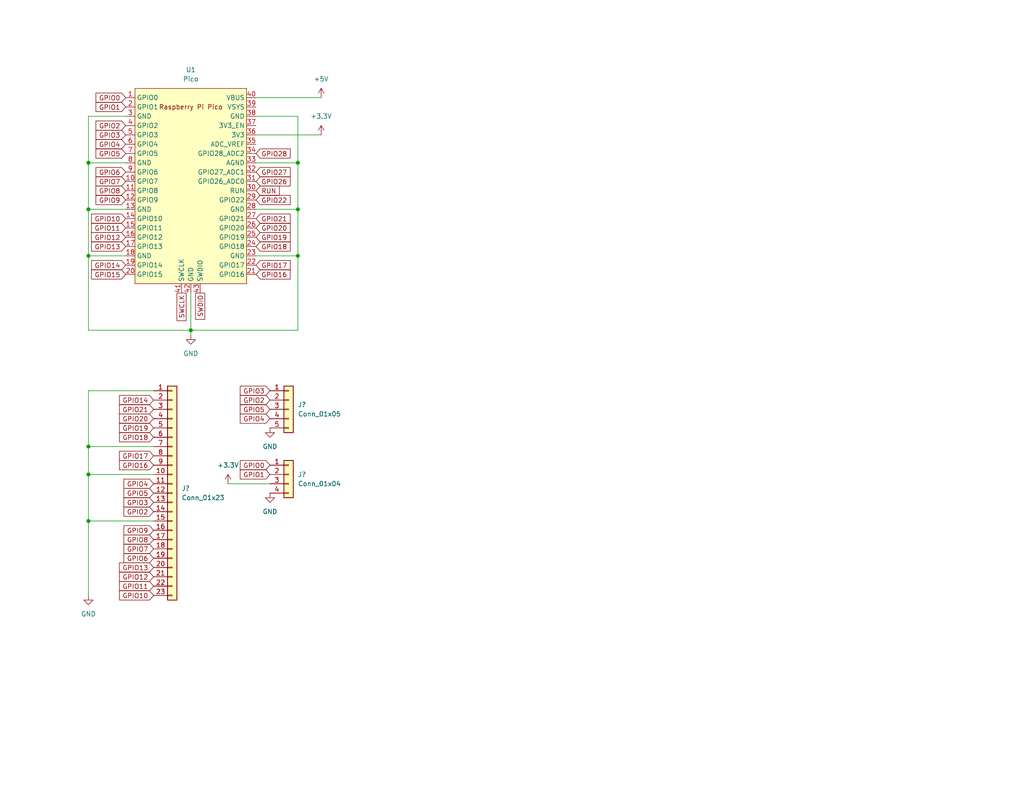
<source format=kicad_sch>
(kicad_sch (version 20211123) (generator eeschema)

  (uuid 269665bd-76b1-443b-af68-44bfcfc6d01c)

  (paper "A")

  (lib_symbols
    (symbol "Connector_Generic:Conn_01x04" (pin_names (offset 1.016) hide) (in_bom yes) (on_board yes)
      (property "Reference" "J" (id 0) (at 0 5.08 0)
        (effects (font (size 1.27 1.27)))
      )
      (property "Value" "Conn_01x04" (id 1) (at 0 -7.62 0)
        (effects (font (size 1.27 1.27)))
      )
      (property "Footprint" "" (id 2) (at 0 0 0)
        (effects (font (size 1.27 1.27)) hide)
      )
      (property "Datasheet" "~" (id 3) (at 0 0 0)
        (effects (font (size 1.27 1.27)) hide)
      )
      (property "ki_keywords" "connector" (id 4) (at 0 0 0)
        (effects (font (size 1.27 1.27)) hide)
      )
      (property "ki_description" "Generic connector, single row, 01x04, script generated (kicad-library-utils/schlib/autogen/connector/)" (id 5) (at 0 0 0)
        (effects (font (size 1.27 1.27)) hide)
      )
      (property "ki_fp_filters" "Connector*:*_1x??_*" (id 6) (at 0 0 0)
        (effects (font (size 1.27 1.27)) hide)
      )
      (symbol "Conn_01x04_1_1"
        (rectangle (start -1.27 -4.953) (end 0 -5.207)
          (stroke (width 0.1524) (type default) (color 0 0 0 0))
          (fill (type none))
        )
        (rectangle (start -1.27 -2.413) (end 0 -2.667)
          (stroke (width 0.1524) (type default) (color 0 0 0 0))
          (fill (type none))
        )
        (rectangle (start -1.27 0.127) (end 0 -0.127)
          (stroke (width 0.1524) (type default) (color 0 0 0 0))
          (fill (type none))
        )
        (rectangle (start -1.27 2.667) (end 0 2.413)
          (stroke (width 0.1524) (type default) (color 0 0 0 0))
          (fill (type none))
        )
        (rectangle (start -1.27 3.81) (end 1.27 -6.35)
          (stroke (width 0.254) (type default) (color 0 0 0 0))
          (fill (type background))
        )
        (pin passive line (at -5.08 2.54 0) (length 3.81)
          (name "Pin_1" (effects (font (size 1.27 1.27))))
          (number "1" (effects (font (size 1.27 1.27))))
        )
        (pin passive line (at -5.08 0 0) (length 3.81)
          (name "Pin_2" (effects (font (size 1.27 1.27))))
          (number "2" (effects (font (size 1.27 1.27))))
        )
        (pin passive line (at -5.08 -2.54 0) (length 3.81)
          (name "Pin_3" (effects (font (size 1.27 1.27))))
          (number "3" (effects (font (size 1.27 1.27))))
        )
        (pin passive line (at -5.08 -5.08 0) (length 3.81)
          (name "Pin_4" (effects (font (size 1.27 1.27))))
          (number "4" (effects (font (size 1.27 1.27))))
        )
      )
    )
    (symbol "Connector_Generic:Conn_01x05" (pin_names (offset 1.016) hide) (in_bom yes) (on_board yes)
      (property "Reference" "J" (id 0) (at 0 7.62 0)
        (effects (font (size 1.27 1.27)))
      )
      (property "Value" "Conn_01x05" (id 1) (at 0 -7.62 0)
        (effects (font (size 1.27 1.27)))
      )
      (property "Footprint" "" (id 2) (at 0 0 0)
        (effects (font (size 1.27 1.27)) hide)
      )
      (property "Datasheet" "~" (id 3) (at 0 0 0)
        (effects (font (size 1.27 1.27)) hide)
      )
      (property "ki_keywords" "connector" (id 4) (at 0 0 0)
        (effects (font (size 1.27 1.27)) hide)
      )
      (property "ki_description" "Generic connector, single row, 01x05, script generated (kicad-library-utils/schlib/autogen/connector/)" (id 5) (at 0 0 0)
        (effects (font (size 1.27 1.27)) hide)
      )
      (property "ki_fp_filters" "Connector*:*_1x??_*" (id 6) (at 0 0 0)
        (effects (font (size 1.27 1.27)) hide)
      )
      (symbol "Conn_01x05_1_1"
        (rectangle (start -1.27 -4.953) (end 0 -5.207)
          (stroke (width 0.1524) (type default) (color 0 0 0 0))
          (fill (type none))
        )
        (rectangle (start -1.27 -2.413) (end 0 -2.667)
          (stroke (width 0.1524) (type default) (color 0 0 0 0))
          (fill (type none))
        )
        (rectangle (start -1.27 0.127) (end 0 -0.127)
          (stroke (width 0.1524) (type default) (color 0 0 0 0))
          (fill (type none))
        )
        (rectangle (start -1.27 2.667) (end 0 2.413)
          (stroke (width 0.1524) (type default) (color 0 0 0 0))
          (fill (type none))
        )
        (rectangle (start -1.27 5.207) (end 0 4.953)
          (stroke (width 0.1524) (type default) (color 0 0 0 0))
          (fill (type none))
        )
        (rectangle (start -1.27 6.35) (end 1.27 -6.35)
          (stroke (width 0.254) (type default) (color 0 0 0 0))
          (fill (type background))
        )
        (pin passive line (at -5.08 5.08 0) (length 3.81)
          (name "Pin_1" (effects (font (size 1.27 1.27))))
          (number "1" (effects (font (size 1.27 1.27))))
        )
        (pin passive line (at -5.08 2.54 0) (length 3.81)
          (name "Pin_2" (effects (font (size 1.27 1.27))))
          (number "2" (effects (font (size 1.27 1.27))))
        )
        (pin passive line (at -5.08 0 0) (length 3.81)
          (name "Pin_3" (effects (font (size 1.27 1.27))))
          (number "3" (effects (font (size 1.27 1.27))))
        )
        (pin passive line (at -5.08 -2.54 0) (length 3.81)
          (name "Pin_4" (effects (font (size 1.27 1.27))))
          (number "4" (effects (font (size 1.27 1.27))))
        )
        (pin passive line (at -5.08 -5.08 0) (length 3.81)
          (name "Pin_5" (effects (font (size 1.27 1.27))))
          (number "5" (effects (font (size 1.27 1.27))))
        )
      )
    )
    (symbol "Connector_Generic:Conn_01x23" (pin_names (offset 1.016) hide) (in_bom yes) (on_board yes)
      (property "Reference" "J" (id 0) (at 0 30.48 0)
        (effects (font (size 1.27 1.27)))
      )
      (property "Value" "Conn_01x23" (id 1) (at 0 -30.48 0)
        (effects (font (size 1.27 1.27)))
      )
      (property "Footprint" "" (id 2) (at 0 0 0)
        (effects (font (size 1.27 1.27)) hide)
      )
      (property "Datasheet" "~" (id 3) (at 0 0 0)
        (effects (font (size 1.27 1.27)) hide)
      )
      (property "ki_keywords" "connector" (id 4) (at 0 0 0)
        (effects (font (size 1.27 1.27)) hide)
      )
      (property "ki_description" "Generic connector, single row, 01x23, script generated (kicad-library-utils/schlib/autogen/connector/)" (id 5) (at 0 0 0)
        (effects (font (size 1.27 1.27)) hide)
      )
      (property "ki_fp_filters" "Connector*:*_1x??_*" (id 6) (at 0 0 0)
        (effects (font (size 1.27 1.27)) hide)
      )
      (symbol "Conn_01x23_1_1"
        (rectangle (start -1.27 -27.813) (end 0 -28.067)
          (stroke (width 0.1524) (type default) (color 0 0 0 0))
          (fill (type none))
        )
        (rectangle (start -1.27 -25.273) (end 0 -25.527)
          (stroke (width 0.1524) (type default) (color 0 0 0 0))
          (fill (type none))
        )
        (rectangle (start -1.27 -22.733) (end 0 -22.987)
          (stroke (width 0.1524) (type default) (color 0 0 0 0))
          (fill (type none))
        )
        (rectangle (start -1.27 -20.193) (end 0 -20.447)
          (stroke (width 0.1524) (type default) (color 0 0 0 0))
          (fill (type none))
        )
        (rectangle (start -1.27 -17.653) (end 0 -17.907)
          (stroke (width 0.1524) (type default) (color 0 0 0 0))
          (fill (type none))
        )
        (rectangle (start -1.27 -15.113) (end 0 -15.367)
          (stroke (width 0.1524) (type default) (color 0 0 0 0))
          (fill (type none))
        )
        (rectangle (start -1.27 -12.573) (end 0 -12.827)
          (stroke (width 0.1524) (type default) (color 0 0 0 0))
          (fill (type none))
        )
        (rectangle (start -1.27 -10.033) (end 0 -10.287)
          (stroke (width 0.1524) (type default) (color 0 0 0 0))
          (fill (type none))
        )
        (rectangle (start -1.27 -7.493) (end 0 -7.747)
          (stroke (width 0.1524) (type default) (color 0 0 0 0))
          (fill (type none))
        )
        (rectangle (start -1.27 -4.953) (end 0 -5.207)
          (stroke (width 0.1524) (type default) (color 0 0 0 0))
          (fill (type none))
        )
        (rectangle (start -1.27 -2.413) (end 0 -2.667)
          (stroke (width 0.1524) (type default) (color 0 0 0 0))
          (fill (type none))
        )
        (rectangle (start -1.27 0.127) (end 0 -0.127)
          (stroke (width 0.1524) (type default) (color 0 0 0 0))
          (fill (type none))
        )
        (rectangle (start -1.27 2.667) (end 0 2.413)
          (stroke (width 0.1524) (type default) (color 0 0 0 0))
          (fill (type none))
        )
        (rectangle (start -1.27 5.207) (end 0 4.953)
          (stroke (width 0.1524) (type default) (color 0 0 0 0))
          (fill (type none))
        )
        (rectangle (start -1.27 7.747) (end 0 7.493)
          (stroke (width 0.1524) (type default) (color 0 0 0 0))
          (fill (type none))
        )
        (rectangle (start -1.27 10.287) (end 0 10.033)
          (stroke (width 0.1524) (type default) (color 0 0 0 0))
          (fill (type none))
        )
        (rectangle (start -1.27 12.827) (end 0 12.573)
          (stroke (width 0.1524) (type default) (color 0 0 0 0))
          (fill (type none))
        )
        (rectangle (start -1.27 15.367) (end 0 15.113)
          (stroke (width 0.1524) (type default) (color 0 0 0 0))
          (fill (type none))
        )
        (rectangle (start -1.27 17.907) (end 0 17.653)
          (stroke (width 0.1524) (type default) (color 0 0 0 0))
          (fill (type none))
        )
        (rectangle (start -1.27 20.447) (end 0 20.193)
          (stroke (width 0.1524) (type default) (color 0 0 0 0))
          (fill (type none))
        )
        (rectangle (start -1.27 22.987) (end 0 22.733)
          (stroke (width 0.1524) (type default) (color 0 0 0 0))
          (fill (type none))
        )
        (rectangle (start -1.27 25.527) (end 0 25.273)
          (stroke (width 0.1524) (type default) (color 0 0 0 0))
          (fill (type none))
        )
        (rectangle (start -1.27 28.067) (end 0 27.813)
          (stroke (width 0.1524) (type default) (color 0 0 0 0))
          (fill (type none))
        )
        (rectangle (start -1.27 29.21) (end 1.27 -29.21)
          (stroke (width 0.254) (type default) (color 0 0 0 0))
          (fill (type background))
        )
        (pin passive line (at -5.08 27.94 0) (length 3.81)
          (name "Pin_1" (effects (font (size 1.27 1.27))))
          (number "1" (effects (font (size 1.27 1.27))))
        )
        (pin passive line (at -5.08 5.08 0) (length 3.81)
          (name "Pin_10" (effects (font (size 1.27 1.27))))
          (number "10" (effects (font (size 1.27 1.27))))
        )
        (pin passive line (at -5.08 2.54 0) (length 3.81)
          (name "Pin_11" (effects (font (size 1.27 1.27))))
          (number "11" (effects (font (size 1.27 1.27))))
        )
        (pin passive line (at -5.08 0 0) (length 3.81)
          (name "Pin_12" (effects (font (size 1.27 1.27))))
          (number "12" (effects (font (size 1.27 1.27))))
        )
        (pin passive line (at -5.08 -2.54 0) (length 3.81)
          (name "Pin_13" (effects (font (size 1.27 1.27))))
          (number "13" (effects (font (size 1.27 1.27))))
        )
        (pin passive line (at -5.08 -5.08 0) (length 3.81)
          (name "Pin_14" (effects (font (size 1.27 1.27))))
          (number "14" (effects (font (size 1.27 1.27))))
        )
        (pin passive line (at -5.08 -7.62 0) (length 3.81)
          (name "Pin_15" (effects (font (size 1.27 1.27))))
          (number "15" (effects (font (size 1.27 1.27))))
        )
        (pin passive line (at -5.08 -10.16 0) (length 3.81)
          (name "Pin_16" (effects (font (size 1.27 1.27))))
          (number "16" (effects (font (size 1.27 1.27))))
        )
        (pin passive line (at -5.08 -12.7 0) (length 3.81)
          (name "Pin_17" (effects (font (size 1.27 1.27))))
          (number "17" (effects (font (size 1.27 1.27))))
        )
        (pin passive line (at -5.08 -15.24 0) (length 3.81)
          (name "Pin_18" (effects (font (size 1.27 1.27))))
          (number "18" (effects (font (size 1.27 1.27))))
        )
        (pin passive line (at -5.08 -17.78 0) (length 3.81)
          (name "Pin_19" (effects (font (size 1.27 1.27))))
          (number "19" (effects (font (size 1.27 1.27))))
        )
        (pin passive line (at -5.08 25.4 0) (length 3.81)
          (name "Pin_2" (effects (font (size 1.27 1.27))))
          (number "2" (effects (font (size 1.27 1.27))))
        )
        (pin passive line (at -5.08 -20.32 0) (length 3.81)
          (name "Pin_20" (effects (font (size 1.27 1.27))))
          (number "20" (effects (font (size 1.27 1.27))))
        )
        (pin passive line (at -5.08 -22.86 0) (length 3.81)
          (name "Pin_21" (effects (font (size 1.27 1.27))))
          (number "21" (effects (font (size 1.27 1.27))))
        )
        (pin passive line (at -5.08 -25.4 0) (length 3.81)
          (name "Pin_22" (effects (font (size 1.27 1.27))))
          (number "22" (effects (font (size 1.27 1.27))))
        )
        (pin passive line (at -5.08 -27.94 0) (length 3.81)
          (name "Pin_23" (effects (font (size 1.27 1.27))))
          (number "23" (effects (font (size 1.27 1.27))))
        )
        (pin passive line (at -5.08 22.86 0) (length 3.81)
          (name "Pin_3" (effects (font (size 1.27 1.27))))
          (number "3" (effects (font (size 1.27 1.27))))
        )
        (pin passive line (at -5.08 20.32 0) (length 3.81)
          (name "Pin_4" (effects (font (size 1.27 1.27))))
          (number "4" (effects (font (size 1.27 1.27))))
        )
        (pin passive line (at -5.08 17.78 0) (length 3.81)
          (name "Pin_5" (effects (font (size 1.27 1.27))))
          (number "5" (effects (font (size 1.27 1.27))))
        )
        (pin passive line (at -5.08 15.24 0) (length 3.81)
          (name "Pin_6" (effects (font (size 1.27 1.27))))
          (number "6" (effects (font (size 1.27 1.27))))
        )
        (pin passive line (at -5.08 12.7 0) (length 3.81)
          (name "Pin_7" (effects (font (size 1.27 1.27))))
          (number "7" (effects (font (size 1.27 1.27))))
        )
        (pin passive line (at -5.08 10.16 0) (length 3.81)
          (name "Pin_8" (effects (font (size 1.27 1.27))))
          (number "8" (effects (font (size 1.27 1.27))))
        )
        (pin passive line (at -5.08 7.62 0) (length 3.81)
          (name "Pin_9" (effects (font (size 1.27 1.27))))
          (number "9" (effects (font (size 1.27 1.27))))
        )
      )
    )
    (symbol "MCU_RaspberryPi_and_Boards:Pico" (in_bom yes) (on_board yes)
      (property "Reference" "U" (id 0) (at -13.97 27.94 0)
        (effects (font (size 1.27 1.27)))
      )
      (property "Value" "Pico" (id 1) (at 0 19.05 0)
        (effects (font (size 1.27 1.27)))
      )
      (property "Footprint" "RPi_Pico:RPi_Pico_SMD_TH" (id 2) (at 0 0 90)
        (effects (font (size 1.27 1.27)) hide)
      )
      (property "Datasheet" "" (id 3) (at 0 0 0)
        (effects (font (size 1.27 1.27)) hide)
      )
      (symbol "Pico_0_0"
        (text "Raspberry Pi Pico" (at 0 21.59 0)
          (effects (font (size 1.27 1.27)))
        )
      )
      (symbol "Pico_0_1"
        (rectangle (start -15.24 26.67) (end 15.24 -26.67)
          (stroke (width 0) (type default) (color 0 0 0 0))
          (fill (type background))
        )
      )
      (symbol "Pico_1_1"
        (pin bidirectional line (at -17.78 24.13 0) (length 2.54)
          (name "GPIO0" (effects (font (size 1.27 1.27))))
          (number "1" (effects (font (size 1.27 1.27))))
        )
        (pin bidirectional line (at -17.78 1.27 0) (length 2.54)
          (name "GPIO7" (effects (font (size 1.27 1.27))))
          (number "10" (effects (font (size 1.27 1.27))))
        )
        (pin bidirectional line (at -17.78 -1.27 0) (length 2.54)
          (name "GPIO8" (effects (font (size 1.27 1.27))))
          (number "11" (effects (font (size 1.27 1.27))))
        )
        (pin bidirectional line (at -17.78 -3.81 0) (length 2.54)
          (name "GPIO9" (effects (font (size 1.27 1.27))))
          (number "12" (effects (font (size 1.27 1.27))))
        )
        (pin power_in line (at -17.78 -6.35 0) (length 2.54)
          (name "GND" (effects (font (size 1.27 1.27))))
          (number "13" (effects (font (size 1.27 1.27))))
        )
        (pin bidirectional line (at -17.78 -8.89 0) (length 2.54)
          (name "GPIO10" (effects (font (size 1.27 1.27))))
          (number "14" (effects (font (size 1.27 1.27))))
        )
        (pin bidirectional line (at -17.78 -11.43 0) (length 2.54)
          (name "GPIO11" (effects (font (size 1.27 1.27))))
          (number "15" (effects (font (size 1.27 1.27))))
        )
        (pin bidirectional line (at -17.78 -13.97 0) (length 2.54)
          (name "GPIO12" (effects (font (size 1.27 1.27))))
          (number "16" (effects (font (size 1.27 1.27))))
        )
        (pin bidirectional line (at -17.78 -16.51 0) (length 2.54)
          (name "GPIO13" (effects (font (size 1.27 1.27))))
          (number "17" (effects (font (size 1.27 1.27))))
        )
        (pin power_in line (at -17.78 -19.05 0) (length 2.54)
          (name "GND" (effects (font (size 1.27 1.27))))
          (number "18" (effects (font (size 1.27 1.27))))
        )
        (pin bidirectional line (at -17.78 -21.59 0) (length 2.54)
          (name "GPIO14" (effects (font (size 1.27 1.27))))
          (number "19" (effects (font (size 1.27 1.27))))
        )
        (pin bidirectional line (at -17.78 21.59 0) (length 2.54)
          (name "GPIO1" (effects (font (size 1.27 1.27))))
          (number "2" (effects (font (size 1.27 1.27))))
        )
        (pin bidirectional line (at -17.78 -24.13 0) (length 2.54)
          (name "GPIO15" (effects (font (size 1.27 1.27))))
          (number "20" (effects (font (size 1.27 1.27))))
        )
        (pin bidirectional line (at 17.78 -24.13 180) (length 2.54)
          (name "GPIO16" (effects (font (size 1.27 1.27))))
          (number "21" (effects (font (size 1.27 1.27))))
        )
        (pin bidirectional line (at 17.78 -21.59 180) (length 2.54)
          (name "GPIO17" (effects (font (size 1.27 1.27))))
          (number "22" (effects (font (size 1.27 1.27))))
        )
        (pin power_in line (at 17.78 -19.05 180) (length 2.54)
          (name "GND" (effects (font (size 1.27 1.27))))
          (number "23" (effects (font (size 1.27 1.27))))
        )
        (pin bidirectional line (at 17.78 -16.51 180) (length 2.54)
          (name "GPIO18" (effects (font (size 1.27 1.27))))
          (number "24" (effects (font (size 1.27 1.27))))
        )
        (pin bidirectional line (at 17.78 -13.97 180) (length 2.54)
          (name "GPIO19" (effects (font (size 1.27 1.27))))
          (number "25" (effects (font (size 1.27 1.27))))
        )
        (pin bidirectional line (at 17.78 -11.43 180) (length 2.54)
          (name "GPIO20" (effects (font (size 1.27 1.27))))
          (number "26" (effects (font (size 1.27 1.27))))
        )
        (pin bidirectional line (at 17.78 -8.89 180) (length 2.54)
          (name "GPIO21" (effects (font (size 1.27 1.27))))
          (number "27" (effects (font (size 1.27 1.27))))
        )
        (pin power_in line (at 17.78 -6.35 180) (length 2.54)
          (name "GND" (effects (font (size 1.27 1.27))))
          (number "28" (effects (font (size 1.27 1.27))))
        )
        (pin bidirectional line (at 17.78 -3.81 180) (length 2.54)
          (name "GPIO22" (effects (font (size 1.27 1.27))))
          (number "29" (effects (font (size 1.27 1.27))))
        )
        (pin power_in line (at -17.78 19.05 0) (length 2.54)
          (name "GND" (effects (font (size 1.27 1.27))))
          (number "3" (effects (font (size 1.27 1.27))))
        )
        (pin input line (at 17.78 -1.27 180) (length 2.54)
          (name "RUN" (effects (font (size 1.27 1.27))))
          (number "30" (effects (font (size 1.27 1.27))))
        )
        (pin bidirectional line (at 17.78 1.27 180) (length 2.54)
          (name "GPIO26_ADC0" (effects (font (size 1.27 1.27))))
          (number "31" (effects (font (size 1.27 1.27))))
        )
        (pin bidirectional line (at 17.78 3.81 180) (length 2.54)
          (name "GPIO27_ADC1" (effects (font (size 1.27 1.27))))
          (number "32" (effects (font (size 1.27 1.27))))
        )
        (pin power_in line (at 17.78 6.35 180) (length 2.54)
          (name "AGND" (effects (font (size 1.27 1.27))))
          (number "33" (effects (font (size 1.27 1.27))))
        )
        (pin bidirectional line (at 17.78 8.89 180) (length 2.54)
          (name "GPIO28_ADC2" (effects (font (size 1.27 1.27))))
          (number "34" (effects (font (size 1.27 1.27))))
        )
        (pin power_in line (at 17.78 11.43 180) (length 2.54)
          (name "ADC_VREF" (effects (font (size 1.27 1.27))))
          (number "35" (effects (font (size 1.27 1.27))))
        )
        (pin power_in line (at 17.78 13.97 180) (length 2.54)
          (name "3V3" (effects (font (size 1.27 1.27))))
          (number "36" (effects (font (size 1.27 1.27))))
        )
        (pin input line (at 17.78 16.51 180) (length 2.54)
          (name "3V3_EN" (effects (font (size 1.27 1.27))))
          (number "37" (effects (font (size 1.27 1.27))))
        )
        (pin bidirectional line (at 17.78 19.05 180) (length 2.54)
          (name "GND" (effects (font (size 1.27 1.27))))
          (number "38" (effects (font (size 1.27 1.27))))
        )
        (pin power_in line (at 17.78 21.59 180) (length 2.54)
          (name "VSYS" (effects (font (size 1.27 1.27))))
          (number "39" (effects (font (size 1.27 1.27))))
        )
        (pin bidirectional line (at -17.78 16.51 0) (length 2.54)
          (name "GPIO2" (effects (font (size 1.27 1.27))))
          (number "4" (effects (font (size 1.27 1.27))))
        )
        (pin power_in line (at 17.78 24.13 180) (length 2.54)
          (name "VBUS" (effects (font (size 1.27 1.27))))
          (number "40" (effects (font (size 1.27 1.27))))
        )
        (pin input line (at -2.54 -29.21 90) (length 2.54)
          (name "SWCLK" (effects (font (size 1.27 1.27))))
          (number "41" (effects (font (size 1.27 1.27))))
        )
        (pin power_in line (at 0 -29.21 90) (length 2.54)
          (name "GND" (effects (font (size 1.27 1.27))))
          (number "42" (effects (font (size 1.27 1.27))))
        )
        (pin bidirectional line (at 2.54 -29.21 90) (length 2.54)
          (name "SWDIO" (effects (font (size 1.27 1.27))))
          (number "43" (effects (font (size 1.27 1.27))))
        )
        (pin bidirectional line (at -17.78 13.97 0) (length 2.54)
          (name "GPIO3" (effects (font (size 1.27 1.27))))
          (number "5" (effects (font (size 1.27 1.27))))
        )
        (pin bidirectional line (at -17.78 11.43 0) (length 2.54)
          (name "GPIO4" (effects (font (size 1.27 1.27))))
          (number "6" (effects (font (size 1.27 1.27))))
        )
        (pin bidirectional line (at -17.78 8.89 0) (length 2.54)
          (name "GPIO5" (effects (font (size 1.27 1.27))))
          (number "7" (effects (font (size 1.27 1.27))))
        )
        (pin power_in line (at -17.78 6.35 0) (length 2.54)
          (name "GND" (effects (font (size 1.27 1.27))))
          (number "8" (effects (font (size 1.27 1.27))))
        )
        (pin bidirectional line (at -17.78 3.81 0) (length 2.54)
          (name "GPIO6" (effects (font (size 1.27 1.27))))
          (number "9" (effects (font (size 1.27 1.27))))
        )
      )
    )
    (symbol "power:+3.3V" (power) (pin_names (offset 0)) (in_bom yes) (on_board yes)
      (property "Reference" "#PWR" (id 0) (at 0 -3.81 0)
        (effects (font (size 1.27 1.27)) hide)
      )
      (property "Value" "+3.3V" (id 1) (at 0 3.556 0)
        (effects (font (size 1.27 1.27)))
      )
      (property "Footprint" "" (id 2) (at 0 0 0)
        (effects (font (size 1.27 1.27)) hide)
      )
      (property "Datasheet" "" (id 3) (at 0 0 0)
        (effects (font (size 1.27 1.27)) hide)
      )
      (property "ki_keywords" "power-flag" (id 4) (at 0 0 0)
        (effects (font (size 1.27 1.27)) hide)
      )
      (property "ki_description" "Power symbol creates a global label with name \"+3.3V\"" (id 5) (at 0 0 0)
        (effects (font (size 1.27 1.27)) hide)
      )
      (symbol "+3.3V_0_1"
        (polyline
          (pts
            (xy -0.762 1.27)
            (xy 0 2.54)
          )
          (stroke (width 0) (type default) (color 0 0 0 0))
          (fill (type none))
        )
        (polyline
          (pts
            (xy 0 0)
            (xy 0 2.54)
          )
          (stroke (width 0) (type default) (color 0 0 0 0))
          (fill (type none))
        )
        (polyline
          (pts
            (xy 0 2.54)
            (xy 0.762 1.27)
          )
          (stroke (width 0) (type default) (color 0 0 0 0))
          (fill (type none))
        )
      )
      (symbol "+3.3V_1_1"
        (pin power_in line (at 0 0 90) (length 0) hide
          (name "+3.3V" (effects (font (size 1.27 1.27))))
          (number "1" (effects (font (size 1.27 1.27))))
        )
      )
    )
    (symbol "power:+5V" (power) (pin_names (offset 0)) (in_bom yes) (on_board yes)
      (property "Reference" "#PWR" (id 0) (at 0 -3.81 0)
        (effects (font (size 1.27 1.27)) hide)
      )
      (property "Value" "+5V" (id 1) (at 0 3.556 0)
        (effects (font (size 1.27 1.27)))
      )
      (property "Footprint" "" (id 2) (at 0 0 0)
        (effects (font (size 1.27 1.27)) hide)
      )
      (property "Datasheet" "" (id 3) (at 0 0 0)
        (effects (font (size 1.27 1.27)) hide)
      )
      (property "ki_keywords" "power-flag" (id 4) (at 0 0 0)
        (effects (font (size 1.27 1.27)) hide)
      )
      (property "ki_description" "Power symbol creates a global label with name \"+5V\"" (id 5) (at 0 0 0)
        (effects (font (size 1.27 1.27)) hide)
      )
      (symbol "+5V_0_1"
        (polyline
          (pts
            (xy -0.762 1.27)
            (xy 0 2.54)
          )
          (stroke (width 0) (type default) (color 0 0 0 0))
          (fill (type none))
        )
        (polyline
          (pts
            (xy 0 0)
            (xy 0 2.54)
          )
          (stroke (width 0) (type default) (color 0 0 0 0))
          (fill (type none))
        )
        (polyline
          (pts
            (xy 0 2.54)
            (xy 0.762 1.27)
          )
          (stroke (width 0) (type default) (color 0 0 0 0))
          (fill (type none))
        )
      )
      (symbol "+5V_1_1"
        (pin power_in line (at 0 0 90) (length 0) hide
          (name "+5V" (effects (font (size 1.27 1.27))))
          (number "1" (effects (font (size 1.27 1.27))))
        )
      )
    )
    (symbol "power:GND" (power) (pin_names (offset 0)) (in_bom yes) (on_board yes)
      (property "Reference" "#PWR" (id 0) (at 0 -6.35 0)
        (effects (font (size 1.27 1.27)) hide)
      )
      (property "Value" "GND" (id 1) (at 0 -3.81 0)
        (effects (font (size 1.27 1.27)))
      )
      (property "Footprint" "" (id 2) (at 0 0 0)
        (effects (font (size 1.27 1.27)) hide)
      )
      (property "Datasheet" "" (id 3) (at 0 0 0)
        (effects (font (size 1.27 1.27)) hide)
      )
      (property "ki_keywords" "power-flag" (id 4) (at 0 0 0)
        (effects (font (size 1.27 1.27)) hide)
      )
      (property "ki_description" "Power symbol creates a global label with name \"GND\" , ground" (id 5) (at 0 0 0)
        (effects (font (size 1.27 1.27)) hide)
      )
      (symbol "GND_0_1"
        (polyline
          (pts
            (xy 0 0)
            (xy 0 -1.27)
            (xy 1.27 -1.27)
            (xy 0 -2.54)
            (xy -1.27 -1.27)
            (xy 0 -1.27)
          )
          (stroke (width 0) (type default) (color 0 0 0 0))
          (fill (type none))
        )
      )
      (symbol "GND_1_1"
        (pin power_in line (at 0 0 270) (length 0) hide
          (name "GND" (effects (font (size 1.27 1.27))))
          (number "1" (effects (font (size 1.27 1.27))))
        )
      )
    )
  )

  (junction (at 24.13 57.15) (diameter 0) (color 0 0 0 0)
    (uuid 24f505c9-b308-4945-ba0e-d3ab2a7fcd7d)
  )
  (junction (at 81.28 44.45) (diameter 0) (color 0 0 0 0)
    (uuid 3ef3c3a7-d2a0-4218-bb7b-bd548f30f1ab)
  )
  (junction (at 24.13 129.54) (diameter 0) (color 0 0 0 0)
    (uuid 4e17a9eb-605b-48fe-9790-6e55431e5c1a)
  )
  (junction (at 24.13 121.92) (diameter 0) (color 0 0 0 0)
    (uuid 5cd37f5e-2c79-4097-9a92-23c1565b58b0)
  )
  (junction (at 24.13 69.85) (diameter 0) (color 0 0 0 0)
    (uuid 5d0279f5-db0a-4421-9e02-5177491e70f8)
  )
  (junction (at 81.28 57.15) (diameter 0) (color 0 0 0 0)
    (uuid 758b777d-9171-4db8-a08e-a66a7dc002b7)
  )
  (junction (at 81.28 69.85) (diameter 0) (color 0 0 0 0)
    (uuid 9626ee76-ccfd-4608-a9a1-883263738e36)
  )
  (junction (at 24.13 142.24) (diameter 0) (color 0 0 0 0)
    (uuid 9f2cf3cc-ab2c-40d5-9f39-5396f14886e7)
  )
  (junction (at 52.07 90.17) (diameter 0) (color 0 0 0 0)
    (uuid a6ba05b1-081d-4688-b178-2b2b361ca6f6)
  )
  (junction (at 24.13 44.45) (diameter 0) (color 0 0 0 0)
    (uuid ad88cadd-d639-485b-930f-d10d9a5107a8)
  )

  (wire (pts (xy 24.13 106.68) (xy 24.13 121.92))
    (stroke (width 0) (type default) (color 0 0 0 0))
    (uuid 00136755-8666-406f-a833-085806744c2c)
  )
  (wire (pts (xy 24.13 44.45) (xy 24.13 57.15))
    (stroke (width 0) (type default) (color 0 0 0 0))
    (uuid 13a90a77-1848-44ff-817b-9fbd62459bb5)
  )
  (wire (pts (xy 69.85 69.85) (xy 81.28 69.85))
    (stroke (width 0) (type default) (color 0 0 0 0))
    (uuid 16209afb-4cd1-42d6-be93-0e872a87aba6)
  )
  (wire (pts (xy 24.13 31.75) (xy 24.13 44.45))
    (stroke (width 0) (type default) (color 0 0 0 0))
    (uuid 16f0444c-04fd-495b-a0ae-1782493cccc5)
  )
  (wire (pts (xy 52.07 91.44) (xy 52.07 90.17))
    (stroke (width 0) (type default) (color 0 0 0 0))
    (uuid 1d89b012-c731-4c99-a5e8-25863f7d195a)
  )
  (wire (pts (xy 41.91 106.68) (xy 24.13 106.68))
    (stroke (width 0) (type default) (color 0 0 0 0))
    (uuid 254cb47e-e34e-487f-826b-666c320020f5)
  )
  (wire (pts (xy 81.28 90.17) (xy 81.28 69.85))
    (stroke (width 0) (type default) (color 0 0 0 0))
    (uuid 439e8713-8aeb-4828-bfe7-2be2cc739a35)
  )
  (wire (pts (xy 81.28 31.75) (xy 69.85 31.75))
    (stroke (width 0) (type default) (color 0 0 0 0))
    (uuid 4c4e4fc6-0383-4078-9872-7cc8b5b43719)
  )
  (wire (pts (xy 69.85 44.45) (xy 81.28 44.45))
    (stroke (width 0) (type default) (color 0 0 0 0))
    (uuid 4dbb134a-9ccc-41d5-9c4d-fe310a2bc162)
  )
  (wire (pts (xy 81.28 44.45) (xy 81.28 31.75))
    (stroke (width 0) (type default) (color 0 0 0 0))
    (uuid 62a42ccf-5d3a-4269-93b0-f6346b5df838)
  )
  (wire (pts (xy 81.28 57.15) (xy 81.28 44.45))
    (stroke (width 0) (type default) (color 0 0 0 0))
    (uuid 649e98fb-20ad-4bdd-abce-7af311dd0bb2)
  )
  (wire (pts (xy 24.13 129.54) (xy 41.91 129.54))
    (stroke (width 0) (type default) (color 0 0 0 0))
    (uuid 6693c812-e9b1-439b-aebe-14286944cf6a)
  )
  (wire (pts (xy 24.13 121.92) (xy 24.13 129.54))
    (stroke (width 0) (type default) (color 0 0 0 0))
    (uuid 7fa946cd-eb0d-40e1-826b-f28bc8413061)
  )
  (wire (pts (xy 62.23 132.08) (xy 73.66 132.08))
    (stroke (width 0) (type default) (color 0 0 0 0))
    (uuid 81b354eb-c872-492f-9ced-a1a1e10a93fa)
  )
  (wire (pts (xy 24.13 142.24) (xy 24.13 162.56))
    (stroke (width 0) (type default) (color 0 0 0 0))
    (uuid 851cb0dd-2f0c-4a9a-b992-41d533c6c14f)
  )
  (wire (pts (xy 24.13 69.85) (xy 24.13 90.17))
    (stroke (width 0) (type default) (color 0 0 0 0))
    (uuid 8aea57ae-a374-4b52-8250-4576366e2e97)
  )
  (wire (pts (xy 69.85 26.67) (xy 87.63 26.67))
    (stroke (width 0) (type default) (color 0 0 0 0))
    (uuid 8bbf68ad-8323-4f33-9d7f-0d9de3669671)
  )
  (wire (pts (xy 34.29 31.75) (xy 24.13 31.75))
    (stroke (width 0) (type default) (color 0 0 0 0))
    (uuid 9a0f98c7-9788-4b29-8ca8-5f1ce2394afa)
  )
  (wire (pts (xy 24.13 121.92) (xy 41.91 121.92))
    (stroke (width 0) (type default) (color 0 0 0 0))
    (uuid 9d7b5431-cf67-430b-92f0-6d457b163a6d)
  )
  (wire (pts (xy 69.85 57.15) (xy 81.28 57.15))
    (stroke (width 0) (type default) (color 0 0 0 0))
    (uuid 9f36fee5-fa78-46d1-a499-6d25cd7dde0c)
  )
  (wire (pts (xy 24.13 57.15) (xy 24.13 69.85))
    (stroke (width 0) (type default) (color 0 0 0 0))
    (uuid af3d2fe2-359f-4b18-ad2f-4a9bb2b12442)
  )
  (wire (pts (xy 24.13 90.17) (xy 52.07 90.17))
    (stroke (width 0) (type default) (color 0 0 0 0))
    (uuid afca8894-2831-41ab-ae78-63eb03fc5c7f)
  )
  (wire (pts (xy 69.85 36.83) (xy 87.63 36.83))
    (stroke (width 0) (type default) (color 0 0 0 0))
    (uuid aff957aa-fe85-4a68-a5bd-235b891466e2)
  )
  (wire (pts (xy 24.13 142.24) (xy 41.91 142.24))
    (stroke (width 0) (type default) (color 0 0 0 0))
    (uuid c13035a6-01b7-492e-8549-ccd49190cfa3)
  )
  (wire (pts (xy 52.07 90.17) (xy 81.28 90.17))
    (stroke (width 0) (type default) (color 0 0 0 0))
    (uuid c52a7b22-a76e-4caf-8e56-3a93113bbc31)
  )
  (wire (pts (xy 81.28 69.85) (xy 81.28 57.15))
    (stroke (width 0) (type default) (color 0 0 0 0))
    (uuid c94da420-774f-4aa9-823e-ee209bcdb43e)
  )
  (wire (pts (xy 24.13 44.45) (xy 34.29 44.45))
    (stroke (width 0) (type default) (color 0 0 0 0))
    (uuid d6d4d17a-b3d2-4c8b-8b54-6cbb6e1a656a)
  )
  (wire (pts (xy 24.13 69.85) (xy 34.29 69.85))
    (stroke (width 0) (type default) (color 0 0 0 0))
    (uuid debdd8ea-be9a-4622-8f21-060366e094c3)
  )
  (wire (pts (xy 52.07 80.01) (xy 52.07 90.17))
    (stroke (width 0) (type default) (color 0 0 0 0))
    (uuid e1d49dc6-58c8-4179-bfe9-5f6ef47ccc61)
  )
  (wire (pts (xy 24.13 129.54) (xy 24.13 142.24))
    (stroke (width 0) (type default) (color 0 0 0 0))
    (uuid f4d81e00-8097-4776-8871-06efdfdb7959)
  )
  (wire (pts (xy 24.13 57.15) (xy 34.29 57.15))
    (stroke (width 0) (type default) (color 0 0 0 0))
    (uuid f8e61c8a-0b75-4d95-a449-94f8e5c3c8dd)
  )

  (global_label "GPIO10" (shape input) (at 34.29 59.69 180) (fields_autoplaced)
    (effects (font (size 1.27 1.27)) (justify right))
    (uuid 0112bfd3-ed03-4044-b653-0cd1736409b9)
    (property "Intersheet References" "${INTERSHEET_REFS}" (id 0) (at 24.9826 59.6106 0)
      (effects (font (size 1.27 1.27)) (justify right) hide)
    )
  )
  (global_label "GPIO8" (shape input) (at 34.29 52.07 180) (fields_autoplaced)
    (effects (font (size 1.27 1.27)) (justify right))
    (uuid 051aeb9e-0175-46eb-9bb0-3a767f0a39ba)
    (property "Intersheet References" "${INTERSHEET_REFS}" (id 0) (at 26.1921 51.9906 0)
      (effects (font (size 1.27 1.27)) (justify right) hide)
    )
  )
  (global_label "GPIO7" (shape input) (at 34.29 49.53 180) (fields_autoplaced)
    (effects (font (size 1.27 1.27)) (justify right))
    (uuid 0b5f85af-9c59-4822-b7fd-9f1f17e2f871)
    (property "Intersheet References" "${INTERSHEET_REFS}" (id 0) (at 26.1921 49.4506 0)
      (effects (font (size 1.27 1.27)) (justify right) hide)
    )
  )
  (global_label "GPIO17" (shape input) (at 69.85 72.39 0) (fields_autoplaced)
    (effects (font (size 1.27 1.27)) (justify left))
    (uuid 0c99a864-323d-40d1-aa31-19315a2d8b10)
    (property "Intersheet References" "${INTERSHEET_REFS}" (id 0) (at 79.1574 72.3106 0)
      (effects (font (size 1.27 1.27)) (justify left) hide)
    )
  )
  (global_label "GPIO2" (shape input) (at 41.91 139.7 180) (fields_autoplaced)
    (effects (font (size 1.27 1.27)) (justify right))
    (uuid 13300b96-b317-4088-b3d7-55bf146fec06)
    (property "Intersheet References" "${INTERSHEET_REFS}" (id 0) (at 33.8121 139.6206 0)
      (effects (font (size 1.27 1.27)) (justify right) hide)
    )
  )
  (global_label "GPIO20" (shape input) (at 69.85 62.23 0) (fields_autoplaced)
    (effects (font (size 1.27 1.27)) (justify left))
    (uuid 1bfcbec1-329e-4df1-940f-49076f78ef86)
    (property "Intersheet References" "${INTERSHEET_REFS}" (id 0) (at 79.1574 62.1506 0)
      (effects (font (size 1.27 1.27)) (justify left) hide)
    )
  )
  (global_label "GPIO5" (shape input) (at 73.66 111.76 180) (fields_autoplaced)
    (effects (font (size 1.27 1.27)) (justify right))
    (uuid 209b1421-ca29-4b1e-a60f-47b2de91cee1)
    (property "Intersheet References" "${INTERSHEET_REFS}" (id 0) (at 65.5621 111.6806 0)
      (effects (font (size 1.27 1.27)) (justify right) hide)
    )
  )
  (global_label "GPIO2" (shape input) (at 34.29 34.29 180) (fields_autoplaced)
    (effects (font (size 1.27 1.27)) (justify right))
    (uuid 2d983bc2-2d23-4123-a012-8f60041abaa9)
    (property "Intersheet References" "${INTERSHEET_REFS}" (id 0) (at 26.1921 34.2106 0)
      (effects (font (size 1.27 1.27)) (justify right) hide)
    )
  )
  (global_label "GPIO0" (shape input) (at 73.66 127 180) (fields_autoplaced)
    (effects (font (size 1.27 1.27)) (justify right))
    (uuid 2eea1144-87e0-4bcd-a066-4655b74cfa58)
    (property "Intersheet References" "${INTERSHEET_REFS}" (id 0) (at 65.5621 126.9206 0)
      (effects (font (size 1.27 1.27)) (justify right) hide)
    )
  )
  (global_label "GPIO5" (shape input) (at 34.29 41.91 180) (fields_autoplaced)
    (effects (font (size 1.27 1.27)) (justify right))
    (uuid 2f1b8245-7de4-4860-8d9e-525d28eb18e9)
    (property "Intersheet References" "${INTERSHEET_REFS}" (id 0) (at 26.1921 41.8306 0)
      (effects (font (size 1.27 1.27)) (justify right) hide)
    )
  )
  (global_label "GPIO14" (shape input) (at 34.29 72.39 180) (fields_autoplaced)
    (effects (font (size 1.27 1.27)) (justify right))
    (uuid 394309a6-9a02-4787-afb9-8c0f6806ca7a)
    (property "Intersheet References" "${INTERSHEET_REFS}" (id 0) (at 24.9826 72.3106 0)
      (effects (font (size 1.27 1.27)) (justify right) hide)
    )
  )
  (global_label "GPIO6" (shape input) (at 34.29 46.99 180) (fields_autoplaced)
    (effects (font (size 1.27 1.27)) (justify right))
    (uuid 447c8050-4e44-4771-9b54-5a9a993442db)
    (property "Intersheet References" "${INTERSHEET_REFS}" (id 0) (at 26.1921 46.9106 0)
      (effects (font (size 1.27 1.27)) (justify right) hide)
    )
  )
  (global_label "GPIO1" (shape input) (at 73.66 129.54 180) (fields_autoplaced)
    (effects (font (size 1.27 1.27)) (justify right))
    (uuid 490ced84-986b-499a-82e7-6d0207ee36f4)
    (property "Intersheet References" "${INTERSHEET_REFS}" (id 0) (at 65.5621 129.4606 0)
      (effects (font (size 1.27 1.27)) (justify right) hide)
    )
  )
  (global_label "GPIO8" (shape input) (at 41.91 147.32 180) (fields_autoplaced)
    (effects (font (size 1.27 1.27)) (justify right))
    (uuid 4edaff8e-3740-4db5-94ac-57afef5b1c6a)
    (property "Intersheet References" "${INTERSHEET_REFS}" (id 0) (at 33.8121 147.2406 0)
      (effects (font (size 1.27 1.27)) (justify right) hide)
    )
  )
  (global_label "SWCLK" (shape passive) (at 49.53 80.01 270) (fields_autoplaced)
    (effects (font (size 1.27 1.27)) (justify right))
    (uuid 57b7455c-6a76-44a4-898d-d447e29fa028)
    (property "Intersheet References" "${INTERSHEET_REFS}" (id 0) (at 49.4506 88.6521 90)
      (effects (font (size 1.27 1.27)) (justify right) hide)
    )
  )
  (global_label "GPIO4" (shape input) (at 73.66 114.3 180) (fields_autoplaced)
    (effects (font (size 1.27 1.27)) (justify right))
    (uuid 61fd3310-1921-49f7-b3ac-b55012cef05f)
    (property "Intersheet References" "${INTERSHEET_REFS}" (id 0) (at 65.5621 114.2206 0)
      (effects (font (size 1.27 1.27)) (justify right) hide)
    )
  )
  (global_label "GPIO5" (shape input) (at 41.91 134.62 180) (fields_autoplaced)
    (effects (font (size 1.27 1.27)) (justify right))
    (uuid 628ec72b-10ff-4cd2-a4b7-65901bc4ef07)
    (property "Intersheet References" "${INTERSHEET_REFS}" (id 0) (at 33.8121 134.5406 0)
      (effects (font (size 1.27 1.27)) (justify right) hide)
    )
  )
  (global_label "GPIO13" (shape input) (at 34.29 67.31 180) (fields_autoplaced)
    (effects (font (size 1.27 1.27)) (justify right))
    (uuid 66a94dfe-21f4-4843-8a5a-d224bc2534ed)
    (property "Intersheet References" "${INTERSHEET_REFS}" (id 0) (at 24.9826 67.2306 0)
      (effects (font (size 1.27 1.27)) (justify right) hide)
    )
  )
  (global_label "GPIO21" (shape input) (at 69.85 59.69 0) (fields_autoplaced)
    (effects (font (size 1.27 1.27)) (justify left))
    (uuid 699722f6-9106-43de-a6ee-b534b454d18a)
    (property "Intersheet References" "${INTERSHEET_REFS}" (id 0) (at 79.1574 59.6106 0)
      (effects (font (size 1.27 1.27)) (justify left) hide)
    )
  )
  (global_label "GPIO27" (shape input) (at 69.85 46.99 0) (fields_autoplaced)
    (effects (font (size 1.27 1.27)) (justify left))
    (uuid 70e1a0f0-e3ad-4407-82b5-9a24ce900d5c)
    (property "Intersheet References" "${INTERSHEET_REFS}" (id 0) (at 79.1574 46.9106 0)
      (effects (font (size 1.27 1.27)) (justify left) hide)
    )
  )
  (global_label "GPIO12" (shape input) (at 34.29 64.77 180) (fields_autoplaced)
    (effects (font (size 1.27 1.27)) (justify right))
    (uuid 76b683bc-af39-4dc8-86c2-6ca3daf9b2dd)
    (property "Intersheet References" "${INTERSHEET_REFS}" (id 0) (at 24.9826 64.6906 0)
      (effects (font (size 1.27 1.27)) (justify right) hide)
    )
  )
  (global_label "GPIO15" (shape input) (at 34.29 74.93 180) (fields_autoplaced)
    (effects (font (size 1.27 1.27)) (justify right))
    (uuid 784a8a8f-be36-42a1-973f-1f3b0c2df1b1)
    (property "Intersheet References" "${INTERSHEET_REFS}" (id 0) (at 24.9826 74.8506 0)
      (effects (font (size 1.27 1.27)) (justify right) hide)
    )
  )
  (global_label "GPIO18" (shape input) (at 69.85 67.31 0) (fields_autoplaced)
    (effects (font (size 1.27 1.27)) (justify left))
    (uuid 79271007-26b0-41eb-a8f7-5fbd05b5bea6)
    (property "Intersheet References" "${INTERSHEET_REFS}" (id 0) (at 79.1574 67.2306 0)
      (effects (font (size 1.27 1.27)) (justify left) hide)
    )
  )
  (global_label "GPIO9" (shape input) (at 34.29 54.61 180) (fields_autoplaced)
    (effects (font (size 1.27 1.27)) (justify right))
    (uuid 7b1f9c7b-1ed6-43a1-8731-7381b8ce5652)
    (property "Intersheet References" "${INTERSHEET_REFS}" (id 0) (at 26.1921 54.5306 0)
      (effects (font (size 1.27 1.27)) (justify right) hide)
    )
  )
  (global_label "GPIO17" (shape input) (at 41.91 124.46 180) (fields_autoplaced)
    (effects (font (size 1.27 1.27)) (justify right))
    (uuid 7c032733-6078-4be5-8478-ce15e9cecdaf)
    (property "Intersheet References" "${INTERSHEET_REFS}" (id 0) (at 32.6026 124.3806 0)
      (effects (font (size 1.27 1.27)) (justify right) hide)
    )
  )
  (global_label "SWDIO" (shape passive) (at 54.61 80.01 270) (fields_autoplaced)
    (effects (font (size 1.27 1.27)) (justify right))
    (uuid 7d93a83c-292e-4368-84ab-45f45b91736d)
    (property "Intersheet References" "${INTERSHEET_REFS}" (id 0) (at 54.5306 88.2893 90)
      (effects (font (size 1.27 1.27)) (justify right) hide)
    )
  )
  (global_label "GPIO16" (shape input) (at 41.91 127 180) (fields_autoplaced)
    (effects (font (size 1.27 1.27)) (justify right))
    (uuid 7e51e196-60df-4805-9ee4-41e54a2ab9a2)
    (property "Intersheet References" "${INTERSHEET_REFS}" (id 0) (at 32.6026 126.9206 0)
      (effects (font (size 1.27 1.27)) (justify right) hide)
    )
  )
  (global_label "GPIO12" (shape input) (at 41.91 157.48 180) (fields_autoplaced)
    (effects (font (size 1.27 1.27)) (justify right))
    (uuid 834f7db4-334d-41ab-81f0-0e6eae999ab4)
    (property "Intersheet References" "${INTERSHEET_REFS}" (id 0) (at 32.6026 157.4006 0)
      (effects (font (size 1.27 1.27)) (justify right) hide)
    )
  )
  (global_label "GPIO3" (shape input) (at 34.29 36.83 180) (fields_autoplaced)
    (effects (font (size 1.27 1.27)) (justify right))
    (uuid 8c0234c3-5a9c-4b98-aa06-feedd7b02c39)
    (property "Intersheet References" "${INTERSHEET_REFS}" (id 0) (at 26.1921 36.7506 0)
      (effects (font (size 1.27 1.27)) (justify right) hide)
    )
  )
  (global_label "GPIO10" (shape input) (at 41.91 162.56 180) (fields_autoplaced)
    (effects (font (size 1.27 1.27)) (justify right))
    (uuid 8cf9d9dc-bd66-422e-b3c4-fe4086d903ff)
    (property "Intersheet References" "${INTERSHEET_REFS}" (id 0) (at 32.6026 162.4806 0)
      (effects (font (size 1.27 1.27)) (justify right) hide)
    )
  )
  (global_label "GPIO3" (shape input) (at 73.66 106.68 180) (fields_autoplaced)
    (effects (font (size 1.27 1.27)) (justify right))
    (uuid 90ead198-215c-4516-a3af-8f3ecb5162f2)
    (property "Intersheet References" "${INTERSHEET_REFS}" (id 0) (at 65.5621 106.6006 0)
      (effects (font (size 1.27 1.27)) (justify right) hide)
    )
  )
  (global_label "GPIO0" (shape input) (at 34.29 26.67 180) (fields_autoplaced)
    (effects (font (size 1.27 1.27)) (justify right))
    (uuid 994b3cb0-2384-4645-8585-970d52bb1c7e)
    (property "Intersheet References" "${INTERSHEET_REFS}" (id 0) (at 26.1921 26.5906 0)
      (effects (font (size 1.27 1.27)) (justify right) hide)
    )
  )
  (global_label "GPIO21" (shape input) (at 41.91 111.76 180) (fields_autoplaced)
    (effects (font (size 1.27 1.27)) (justify right))
    (uuid 9e59041b-ffae-4068-a7dd-b59c8393b8d9)
    (property "Intersheet References" "${INTERSHEET_REFS}" (id 0) (at 32.6026 111.6806 0)
      (effects (font (size 1.27 1.27)) (justify right) hide)
    )
  )
  (global_label "GPIO20" (shape input) (at 41.91 114.3 180) (fields_autoplaced)
    (effects (font (size 1.27 1.27)) (justify right))
    (uuid 9ec1f82f-0645-4b27-8926-df0a565ed943)
    (property "Intersheet References" "${INTERSHEET_REFS}" (id 0) (at 32.6026 114.2206 0)
      (effects (font (size 1.27 1.27)) (justify right) hide)
    )
  )
  (global_label "GPIO19" (shape input) (at 41.91 116.84 180) (fields_autoplaced)
    (effects (font (size 1.27 1.27)) (justify right))
    (uuid a5e08130-0056-434d-8e19-65fb07af58ec)
    (property "Intersheet References" "${INTERSHEET_REFS}" (id 0) (at 32.6026 116.7606 0)
      (effects (font (size 1.27 1.27)) (justify right) hide)
    )
  )
  (global_label "GPIO18" (shape input) (at 41.91 119.38 180) (fields_autoplaced)
    (effects (font (size 1.27 1.27)) (justify right))
    (uuid ad2f2836-28a3-476c-b0f1-0e3917d89b20)
    (property "Intersheet References" "${INTERSHEET_REFS}" (id 0) (at 32.6026 119.3006 0)
      (effects (font (size 1.27 1.27)) (justify right) hide)
    )
  )
  (global_label "GPIO3" (shape input) (at 41.91 137.16 180) (fields_autoplaced)
    (effects (font (size 1.27 1.27)) (justify right))
    (uuid b27b6da9-7f79-431c-946d-d9e2db5a4fe9)
    (property "Intersheet References" "${INTERSHEET_REFS}" (id 0) (at 33.8121 137.0806 0)
      (effects (font (size 1.27 1.27)) (justify right) hide)
    )
  )
  (global_label "GPIO11" (shape input) (at 34.29 62.23 180) (fields_autoplaced)
    (effects (font (size 1.27 1.27)) (justify right))
    (uuid b3b20637-ea13-491c-bcbd-7ba12b954ef5)
    (property "Intersheet References" "${INTERSHEET_REFS}" (id 0) (at 24.9826 62.1506 0)
      (effects (font (size 1.27 1.27)) (justify right) hide)
    )
  )
  (global_label "GPIO14" (shape input) (at 41.91 109.22 180) (fields_autoplaced)
    (effects (font (size 1.27 1.27)) (justify right))
    (uuid bf553ab3-6ec4-44ee-86c9-e365fe3f6147)
    (property "Intersheet References" "${INTERSHEET_REFS}" (id 0) (at 32.6026 109.1406 0)
      (effects (font (size 1.27 1.27)) (justify right) hide)
    )
  )
  (global_label "GPIO9" (shape input) (at 41.91 144.78 180) (fields_autoplaced)
    (effects (font (size 1.27 1.27)) (justify right))
    (uuid c2088347-7065-4d8c-bc2a-8886e5001e61)
    (property "Intersheet References" "${INTERSHEET_REFS}" (id 0) (at 33.8121 144.7006 0)
      (effects (font (size 1.27 1.27)) (justify right) hide)
    )
  )
  (global_label "GPIO16" (shape input) (at 69.85 74.93 0) (fields_autoplaced)
    (effects (font (size 1.27 1.27)) (justify left))
    (uuid cadc3515-0785-4e04-a810-95d658e44e8e)
    (property "Intersheet References" "${INTERSHEET_REFS}" (id 0) (at 79.1574 74.8506 0)
      (effects (font (size 1.27 1.27)) (justify left) hide)
    )
  )
  (global_label "GPIO19" (shape input) (at 69.85 64.77 0) (fields_autoplaced)
    (effects (font (size 1.27 1.27)) (justify left))
    (uuid cb636521-9823-4864-a849-dd6cb021ca4e)
    (property "Intersheet References" "${INTERSHEET_REFS}" (id 0) (at 79.1574 64.6906 0)
      (effects (font (size 1.27 1.27)) (justify left) hide)
    )
  )
  (global_label "GPIO4" (shape input) (at 41.91 132.08 180) (fields_autoplaced)
    (effects (font (size 1.27 1.27)) (justify right))
    (uuid cbe16bae-23aa-4ca5-ac18-ba7a1d96c11a)
    (property "Intersheet References" "${INTERSHEET_REFS}" (id 0) (at 33.8121 132.0006 0)
      (effects (font (size 1.27 1.27)) (justify right) hide)
    )
  )
  (global_label "GPIO1" (shape input) (at 34.29 29.21 180) (fields_autoplaced)
    (effects (font (size 1.27 1.27)) (justify right))
    (uuid d1c5874d-4918-465b-87dd-767f2003c3cb)
    (property "Intersheet References" "${INTERSHEET_REFS}" (id 0) (at 26.1921 29.1306 0)
      (effects (font (size 1.27 1.27)) (justify right) hide)
    )
  )
  (global_label "GPIO26" (shape input) (at 69.85 49.53 0) (fields_autoplaced)
    (effects (font (size 1.27 1.27)) (justify left))
    (uuid d6c0fce3-a47a-4542-8e77-8b8ca65bc2c3)
    (property "Intersheet References" "${INTERSHEET_REFS}" (id 0) (at 79.1574 49.4506 0)
      (effects (font (size 1.27 1.27)) (justify left) hide)
    )
  )
  (global_label "GPIO7" (shape input) (at 41.91 149.86 180) (fields_autoplaced)
    (effects (font (size 1.27 1.27)) (justify right))
    (uuid e028144f-00f2-4896-9e67-77821c5938d7)
    (property "Intersheet References" "${INTERSHEET_REFS}" (id 0) (at 33.8121 149.7806 0)
      (effects (font (size 1.27 1.27)) (justify right) hide)
    )
  )
  (global_label "GPIO11" (shape input) (at 41.91 160.02 180) (fields_autoplaced)
    (effects (font (size 1.27 1.27)) (justify right))
    (uuid e480f385-d99e-429a-a06d-c38343f94754)
    (property "Intersheet References" "${INTERSHEET_REFS}" (id 0) (at 32.6026 159.9406 0)
      (effects (font (size 1.27 1.27)) (justify right) hide)
    )
  )
  (global_label "GPIO13" (shape input) (at 41.91 154.94 180) (fields_autoplaced)
    (effects (font (size 1.27 1.27)) (justify right))
    (uuid e5447a35-c23c-4209-90f3-d24fac7bbef6)
    (property "Intersheet References" "${INTERSHEET_REFS}" (id 0) (at 32.6026 154.8606 0)
      (effects (font (size 1.27 1.27)) (justify right) hide)
    )
  )
  (global_label "GPIO6" (shape input) (at 41.91 152.4 180) (fields_autoplaced)
    (effects (font (size 1.27 1.27)) (justify right))
    (uuid e78117c2-298a-4da6-8fb4-0b3f75c3a655)
    (property "Intersheet References" "${INTERSHEET_REFS}" (id 0) (at 33.8121 152.3206 0)
      (effects (font (size 1.27 1.27)) (justify right) hide)
    )
  )
  (global_label "GPIO28" (shape input) (at 69.85 41.91 0) (fields_autoplaced)
    (effects (font (size 1.27 1.27)) (justify left))
    (uuid eb7f6945-9025-4f0c-8904-2f4bddb28f2c)
    (property "Intersheet References" "${INTERSHEET_REFS}" (id 0) (at 79.1574 41.8306 0)
      (effects (font (size 1.27 1.27)) (justify left) hide)
    )
  )
  (global_label "GPIO22" (shape input) (at 69.85 54.61 0) (fields_autoplaced)
    (effects (font (size 1.27 1.27)) (justify left))
    (uuid eee74303-1c97-4428-8c99-08d0c266de9f)
    (property "Intersheet References" "${INTERSHEET_REFS}" (id 0) (at 79.1574 54.5306 0)
      (effects (font (size 1.27 1.27)) (justify left) hide)
    )
  )
  (global_label "GPIO2" (shape input) (at 73.66 109.22 180) (fields_autoplaced)
    (effects (font (size 1.27 1.27)) (justify right))
    (uuid fbcb7a21-5328-4230-ad3f-6712c8a9bab5)
    (property "Intersheet References" "${INTERSHEET_REFS}" (id 0) (at 65.5621 109.1406 0)
      (effects (font (size 1.27 1.27)) (justify right) hide)
    )
  )
  (global_label "GPIO4" (shape input) (at 34.29 39.37 180) (fields_autoplaced)
    (effects (font (size 1.27 1.27)) (justify right))
    (uuid fcd048ea-5718-4a44-9d40-3b7f77055103)
    (property "Intersheet References" "${INTERSHEET_REFS}" (id 0) (at 26.1921 39.2906 0)
      (effects (font (size 1.27 1.27)) (justify right) hide)
    )
  )
  (global_label "RUN" (shape input) (at 69.85 52.07 0) (fields_autoplaced)
    (effects (font (size 1.27 1.27)) (justify left))
    (uuid fd454747-236c-4d76-b6ec-f847d711d14a)
    (property "Intersheet References" "${INTERSHEET_REFS}" (id 0) (at 76.1941 51.9906 0)
      (effects (font (size 1.27 1.27)) (justify left) hide)
    )
  )

  (symbol (lib_id "power:GND") (at 73.66 116.84 0) (unit 1)
    (in_bom yes) (on_board yes) (fields_autoplaced)
    (uuid 18e7eb7c-ebcc-4a49-ada1-72b13da212fb)
    (property "Reference" "#PWR?" (id 0) (at 73.66 123.19 0)
      (effects (font (size 1.27 1.27)) hide)
    )
    (property "Value" "GND" (id 1) (at 73.66 121.92 0))
    (property "Footprint" "" (id 2) (at 73.66 116.84 0)
      (effects (font (size 1.27 1.27)) hide)
    )
    (property "Datasheet" "" (id 3) (at 73.66 116.84 0)
      (effects (font (size 1.27 1.27)) hide)
    )
    (pin "1" (uuid e9b0ca86-16c0-49f8-89c4-b2bbf396f314))
  )

  (symbol (lib_id "Connector_Generic:Conn_01x05") (at 78.74 111.76 0) (unit 1)
    (in_bom yes) (on_board yes) (fields_autoplaced)
    (uuid 2473b1a8-488e-4379-8425-f896cd2f1d5d)
    (property "Reference" "J?" (id 0) (at 81.28 110.4899 0)
      (effects (font (size 1.27 1.27)) (justify left))
    )
    (property "Value" "Conn_01x05" (id 1) (at 81.28 113.0299 0)
      (effects (font (size 1.27 1.27)) (justify left))
    )
    (property "Footprint" "" (id 2) (at 78.74 111.76 0)
      (effects (font (size 1.27 1.27)) hide)
    )
    (property "Datasheet" "~" (id 3) (at 78.74 111.76 0)
      (effects (font (size 1.27 1.27)) hide)
    )
    (pin "1" (uuid f736f57d-b8e1-4841-bd24-ea3411e7dd80))
    (pin "2" (uuid 85101be6-a27e-4043-af2d-c618b9219601))
    (pin "3" (uuid ee00c5fb-fd46-44a7-9bd4-93f22ee91ac4))
    (pin "4" (uuid 586862e1-1fc6-4028-b10b-c7eba05a23d7))
    (pin "5" (uuid 805b67d1-b7d0-4265-9f51-fd62343113b1))
  )

  (symbol (lib_id "MCU_RaspberryPi_and_Boards:Pico") (at 52.07 50.8 0) (unit 1)
    (in_bom yes) (on_board yes) (fields_autoplaced)
    (uuid 42a213e6-1ff0-4969-88f0-cb509c2ea9e9)
    (property "Reference" "U1" (id 0) (at 52.07 19.05 0))
    (property "Value" "Pico" (id 1) (at 52.07 21.59 0))
    (property "Footprint" "MCU_RaspberryPi_and_Boards:RPi_Pico_SMD_TH" (id 2) (at 52.07 50.8 90)
      (effects (font (size 1.27 1.27)) hide)
    )
    (property "Datasheet" "" (id 3) (at 52.07 50.8 0)
      (effects (font (size 1.27 1.27)) hide)
    )
    (pin "1" (uuid ddeb9b72-c3c3-4ca4-ae6b-d33870b41214))
    (pin "10" (uuid ff171145-7a17-4e19-bd37-823bd01b7a59))
    (pin "11" (uuid c3a6000a-45c7-46d1-9025-ae595e66d852))
    (pin "12" (uuid 3003d270-74eb-40e5-8c19-240811305ff3))
    (pin "13" (uuid 771ea26e-fd7c-4b8c-aa7f-39e3fbf030ab))
    (pin "14" (uuid 0fcebc55-c05b-4f05-aa9a-0d2fd41a340d))
    (pin "15" (uuid 62c9b5dd-eb5c-4095-8720-804995ee4fa9))
    (pin "16" (uuid 96d7282e-3cf8-4dc2-b603-c4b85d9ea75e))
    (pin "17" (uuid 79f93ae8-9c9f-4969-93cc-30e00671ffed))
    (pin "18" (uuid a2a6c947-e8fb-40da-b908-1f269b4300db))
    (pin "19" (uuid ec8e0402-41ee-4954-82dd-0a09f3536705))
    (pin "2" (uuid bcb81bf1-8d9b-4961-ae39-3b73979a8893))
    (pin "20" (uuid 5c2d24ef-8649-41a1-8ab9-af4a0a22e2f1))
    (pin "21" (uuid a5955d18-e984-46d5-949e-f2d280659264))
    (pin "22" (uuid da2eb007-4ff6-44b2-bc4c-d0b707736735))
    (pin "23" (uuid af6e63c5-b4d0-4235-88aa-90bdecf2a42a))
    (pin "24" (uuid af31761f-d357-41e5-8d98-dea4b7f94327))
    (pin "25" (uuid 5555f027-b31b-4565-9654-f2a63bbec109))
    (pin "26" (uuid 59fcec6d-16d4-4497-9b0e-ff63b2b07607))
    (pin "27" (uuid cd167066-e6ab-49c5-90e0-6a63b94152ab))
    (pin "28" (uuid 390defc4-ad05-4482-9e3f-c16405b9c550))
    (pin "29" (uuid 24aeca84-ec8d-4634-a65c-0c56966e47be))
    (pin "3" (uuid 3c585788-f477-411c-801c-1f0f27431238))
    (pin "30" (uuid e198f459-49f9-438d-b77d-bdadb5b14135))
    (pin "31" (uuid dffb0de5-c916-4985-b31a-4fb191f8c523))
    (pin "32" (uuid d0f8d8c0-3c73-4a47-8449-b22c7c2cdb61))
    (pin "33" (uuid da391858-3bcd-42bd-8ef8-01e668e5dd4c))
    (pin "34" (uuid 06a6b5dd-fb29-41b3-875f-e30c75bda371))
    (pin "35" (uuid 2bbfc501-ae74-45d6-a968-4b5950a652b4))
    (pin "36" (uuid d7eb6095-a8cf-47e6-bcbf-f70793c10b35))
    (pin "37" (uuid 8d4b645c-92a5-4899-9b8b-0917b8df03e6))
    (pin "38" (uuid 8361c816-ae18-465e-a7fa-1e156b71d281))
    (pin "39" (uuid 4051ba09-71af-416a-b1be-47c0e392dd18))
    (pin "4" (uuid b1a33f1b-21d9-4a4e-b09c-9c2e04aea965))
    (pin "40" (uuid fb367e76-6942-4249-8324-01fb24a1fb1c))
    (pin "41" (uuid 06610fe8-bdee-4042-9f5b-1fc47367b364))
    (pin "42" (uuid d4a1d623-f2cb-4d4a-981a-e86b7d2aba3a))
    (pin "43" (uuid c30076c7-1302-48b6-a327-2ff4d64c6a75))
    (pin "5" (uuid 03307509-64c8-470d-bed7-71d67a7d0619))
    (pin "6" (uuid 8c680492-d6bf-4ad3-a630-21a33d69925b))
    (pin "7" (uuid cb8642b1-1540-4e82-b079-fa835cbca872))
    (pin "8" (uuid 6d0e6de9-d6db-46a3-b632-a8bec172b50c))
    (pin "9" (uuid b509e0b7-a626-45ba-9948-bb97625efbc9))
  )

  (symbol (lib_id "Connector_Generic:Conn_01x04") (at 78.74 129.54 0) (unit 1)
    (in_bom yes) (on_board yes) (fields_autoplaced)
    (uuid 4ff30f2b-6abe-4239-978c-baa5235f95fd)
    (property "Reference" "J?" (id 0) (at 81.28 129.5399 0)
      (effects (font (size 1.27 1.27)) (justify left))
    )
    (property "Value" "Conn_01x04" (id 1) (at 81.28 132.0799 0)
      (effects (font (size 1.27 1.27)) (justify left))
    )
    (property "Footprint" "" (id 2) (at 78.74 129.54 0)
      (effects (font (size 1.27 1.27)) hide)
    )
    (property "Datasheet" "~" (id 3) (at 78.74 129.54 0)
      (effects (font (size 1.27 1.27)) hide)
    )
    (pin "1" (uuid 3c5b072e-ffb7-4bff-9702-7bdd3540addd))
    (pin "2" (uuid 63c38f95-c266-411a-9623-6752e4581cf5))
    (pin "3" (uuid a9d03ebd-b301-4d1f-96da-5e978ffbbd5d))
    (pin "4" (uuid 0140d47b-3fb5-46fc-a4b4-8a6782790221))
  )

  (symbol (lib_id "power:+3.3V") (at 62.23 132.08 0) (unit 1)
    (in_bom yes) (on_board yes) (fields_autoplaced)
    (uuid 601ca91d-6b4f-462b-8331-ba5a939afab5)
    (property "Reference" "#PWR?" (id 0) (at 62.23 135.89 0)
      (effects (font (size 1.27 1.27)) hide)
    )
    (property "Value" "+3.3V" (id 1) (at 62.23 127 0))
    (property "Footprint" "" (id 2) (at 62.23 132.08 0)
      (effects (font (size 1.27 1.27)) hide)
    )
    (property "Datasheet" "" (id 3) (at 62.23 132.08 0)
      (effects (font (size 1.27 1.27)) hide)
    )
    (pin "1" (uuid 9c2a0288-8f41-4511-bc6f-fc7a91f2f7bf))
  )

  (symbol (lib_id "power:+3.3V") (at 87.63 36.83 0) (unit 1)
    (in_bom yes) (on_board yes) (fields_autoplaced)
    (uuid 70ba730f-5ef9-431f-b712-3a9acff2bcba)
    (property "Reference" "#PWR?" (id 0) (at 87.63 40.64 0)
      (effects (font (size 1.27 1.27)) hide)
    )
    (property "Value" "+3.3V" (id 1) (at 87.63 31.75 0))
    (property "Footprint" "" (id 2) (at 87.63 36.83 0)
      (effects (font (size 1.27 1.27)) hide)
    )
    (property "Datasheet" "" (id 3) (at 87.63 36.83 0)
      (effects (font (size 1.27 1.27)) hide)
    )
    (pin "1" (uuid 13e3cba3-9157-4119-9da6-8584c2755a08))
  )

  (symbol (lib_id "power:GND") (at 73.66 134.62 0) (unit 1)
    (in_bom yes) (on_board yes) (fields_autoplaced)
    (uuid 867cb96c-29bb-4111-941e-7c0f040187f3)
    (property "Reference" "#PWR?" (id 0) (at 73.66 140.97 0)
      (effects (font (size 1.27 1.27)) hide)
    )
    (property "Value" "GND" (id 1) (at 73.66 139.7 0))
    (property "Footprint" "" (id 2) (at 73.66 134.62 0)
      (effects (font (size 1.27 1.27)) hide)
    )
    (property "Datasheet" "" (id 3) (at 73.66 134.62 0)
      (effects (font (size 1.27 1.27)) hide)
    )
    (pin "1" (uuid 88c08a39-6fd8-4c16-995e-230cf7309917))
  )

  (symbol (lib_id "Connector_Generic:Conn_01x23") (at 46.99 134.62 0) (unit 1)
    (in_bom yes) (on_board yes) (fields_autoplaced)
    (uuid 9718bdfe-2b8a-4616-a9f4-5f49e5710f52)
    (property "Reference" "J?" (id 0) (at 49.53 133.3499 0)
      (effects (font (size 1.27 1.27)) (justify left))
    )
    (property "Value" "Conn_01x23" (id 1) (at 49.53 135.8899 0)
      (effects (font (size 1.27 1.27)) (justify left))
    )
    (property "Footprint" "" (id 2) (at 46.99 134.62 0)
      (effects (font (size 1.27 1.27)) hide)
    )
    (property "Datasheet" "~" (id 3) (at 46.99 134.62 0)
      (effects (font (size 1.27 1.27)) hide)
    )
    (pin "1" (uuid a60fab01-7d7c-4438-a70e-1b08dbf98c58))
    (pin "10" (uuid 56040f73-75b9-4cbf-b568-dcaf6d86e790))
    (pin "11" (uuid 7afb13b7-e7ce-44d4-9d67-486839096f83))
    (pin "12" (uuid d2dc88a1-d278-4eed-836d-bfdf767361c2))
    (pin "13" (uuid d3682141-a01f-4064-bf9f-44e6a00eaa8c))
    (pin "14" (uuid 33a983ef-85d2-4ef3-881b-b3736d97c8a8))
    (pin "15" (uuid 4e6b4590-e7c7-4cf9-8a3c-46759292fff4))
    (pin "16" (uuid c9ff24a1-fa32-4817-8826-9c27f8e36f6d))
    (pin "17" (uuid fa299452-5133-4255-8d0f-13031a792a24))
    (pin "18" (uuid ad45388a-97f2-4b52-ba1f-babc67695cf3))
    (pin "19" (uuid a4cee19e-61d0-4d2c-b265-a14352f343cb))
    (pin "2" (uuid ac14675b-44bc-4e83-8ffd-274fa3fc1461))
    (pin "20" (uuid 92a81606-51cd-4d05-a94a-d26485d2bf55))
    (pin "21" (uuid e01a7793-8d59-43fa-b7d9-3a5040b05286))
    (pin "22" (uuid 8b4a3eb1-616d-4ac5-97d3-8e4851e1a123))
    (pin "23" (uuid d3dc6004-6812-4adf-8d6e-c71810a3d99e))
    (pin "3" (uuid 4fbf95f9-610e-47d7-a001-21e2573d3863))
    (pin "4" (uuid b619ff37-182f-4e7b-8ef4-32c028090bb6))
    (pin "5" (uuid 77405710-9f56-4753-b932-0ae772ebe90e))
    (pin "6" (uuid fa5e72c3-78f6-46f3-8b3d-bffc35cebf74))
    (pin "7" (uuid 4590a839-cdd4-4aad-a107-acebd95ae137))
    (pin "8" (uuid 10880ac7-307b-40b0-81b8-d6a91499e0a9))
    (pin "9" (uuid 58f8054b-c066-4b92-b4d7-bad31d433899))
  )

  (symbol (lib_id "power:GND") (at 24.13 162.56 0) (unit 1)
    (in_bom yes) (on_board yes) (fields_autoplaced)
    (uuid de5b71ae-0bff-4abd-80fc-e7d76a2e30e6)
    (property "Reference" "#PWR?" (id 0) (at 24.13 168.91 0)
      (effects (font (size 1.27 1.27)) hide)
    )
    (property "Value" "GND" (id 1) (at 24.13 167.64 0))
    (property "Footprint" "" (id 2) (at 24.13 162.56 0)
      (effects (font (size 1.27 1.27)) hide)
    )
    (property "Datasheet" "" (id 3) (at 24.13 162.56 0)
      (effects (font (size 1.27 1.27)) hide)
    )
    (pin "1" (uuid bc046d15-0b15-4015-8297-36f2bd57a348))
  )

  (symbol (lib_id "power:GND") (at 52.07 91.44 0) (unit 1)
    (in_bom yes) (on_board yes) (fields_autoplaced)
    (uuid e4fd2165-142a-4dca-b0cd-a13cb5380477)
    (property "Reference" "#PWR?" (id 0) (at 52.07 97.79 0)
      (effects (font (size 1.27 1.27)) hide)
    )
    (property "Value" "GND" (id 1) (at 52.07 96.52 0))
    (property "Footprint" "" (id 2) (at 52.07 91.44 0)
      (effects (font (size 1.27 1.27)) hide)
    )
    (property "Datasheet" "" (id 3) (at 52.07 91.44 0)
      (effects (font (size 1.27 1.27)) hide)
    )
    (pin "1" (uuid 7a37218b-c122-423a-9c22-99b6d6f3fee3))
  )

  (symbol (lib_id "power:+5V") (at 87.63 26.67 0) (unit 1)
    (in_bom yes) (on_board yes) (fields_autoplaced)
    (uuid f771d5a1-5b21-48db-a04d-28d2c19d596a)
    (property "Reference" "#PWR?" (id 0) (at 87.63 30.48 0)
      (effects (font (size 1.27 1.27)) hide)
    )
    (property "Value" "+5V" (id 1) (at 87.63 21.59 0))
    (property "Footprint" "" (id 2) (at 87.63 26.67 0)
      (effects (font (size 1.27 1.27)) hide)
    )
    (property "Datasheet" "" (id 3) (at 87.63 26.67 0)
      (effects (font (size 1.27 1.27)) hide)
    )
    (pin "1" (uuid 81734035-88b7-40b7-828a-e8470525d485))
  )

  (sheet_instances
    (path "/" (page "1"))
  )

  (symbol_instances
    (path "/18e7eb7c-ebcc-4a49-ada1-72b13da212fb"
      (reference "#PWR?") (unit 1) (value "GND") (footprint "")
    )
    (path "/601ca91d-6b4f-462b-8331-ba5a939afab5"
      (reference "#PWR?") (unit 1) (value "+3.3V") (footprint "")
    )
    (path "/70ba730f-5ef9-431f-b712-3a9acff2bcba"
      (reference "#PWR?") (unit 1) (value "+3.3V") (footprint "")
    )
    (path "/867cb96c-29bb-4111-941e-7c0f040187f3"
      (reference "#PWR?") (unit 1) (value "GND") (footprint "")
    )
    (path "/de5b71ae-0bff-4abd-80fc-e7d76a2e30e6"
      (reference "#PWR?") (unit 1) (value "GND") (footprint "")
    )
    (path "/e4fd2165-142a-4dca-b0cd-a13cb5380477"
      (reference "#PWR?") (unit 1) (value "GND") (footprint "")
    )
    (path "/f771d5a1-5b21-48db-a04d-28d2c19d596a"
      (reference "#PWR?") (unit 1) (value "+5V") (footprint "")
    )
    (path "/2473b1a8-488e-4379-8425-f896cd2f1d5d"
      (reference "J?") (unit 1) (value "Conn_01x05") (footprint "")
    )
    (path "/4ff30f2b-6abe-4239-978c-baa5235f95fd"
      (reference "J?") (unit 1) (value "Conn_01x04") (footprint "")
    )
    (path "/9718bdfe-2b8a-4616-a9f4-5f49e5710f52"
      (reference "J?") (unit 1) (value "Conn_01x23") (footprint "")
    )
    (path "/42a213e6-1ff0-4969-88f0-cb509c2ea9e9"
      (reference "U1") (unit 1) (value "Pico") (footprint "MCU_RaspberryPi_and_Boards:RPi_Pico_SMD_TH")
    )
  )
)

</source>
